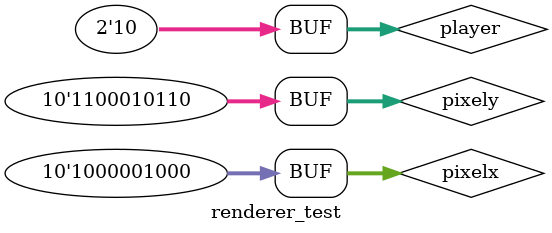
<source format=sv>
module renderer_test();

	logic clk, rst, blank, sync;
	logic[9:0] pixely, pixelx;
	logic[7:0] vga_r, vga_g, vga_b;
	logic[1:0] player;
	logic[3:0] player_address;
	

	renderer Rend(clk, rst, pixelx, pixely, player, player_address, vga_r, vga_g, vga_b, blank, sync);
	
	initial begin
		player = 2'b10; pixely = 10'd300; pixelx = 10'd300;
		
		#10 pixely = 10'd0; pixelx = 10'd0;
		
		#10 pixely = 10'd790; pixelx = 10'd520;
	
	end

endmodule 
</source>
